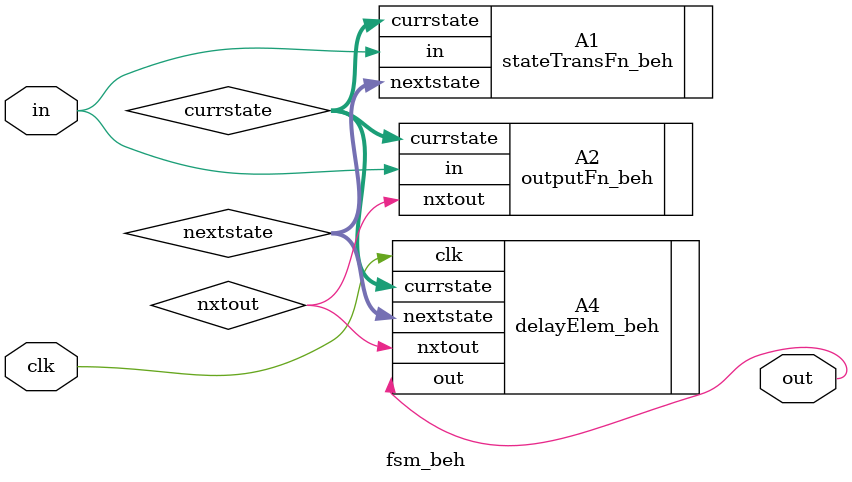
<source format=v>
`timescale 1ns / 1ps
module fsm_beh(clk, in, out);
	input in,clk;
	output out;
	wire out;
	wire nxtout;
	wire[1:0] currstate;
	wire[1:0] nextstate;
	stateTransFn_beh A1(.in(in), .currstate(currstate), .nextstate(nextstate));
	outputFn_beh A2(.in(in), .currstate(currstate), .nxtout(nxtout));
	delayElem_beh A4(.clk(clk), .currstate(currstate), .nextstate(nextstate), .nxtout(nxtout), .out(out));
endmodule


</source>
